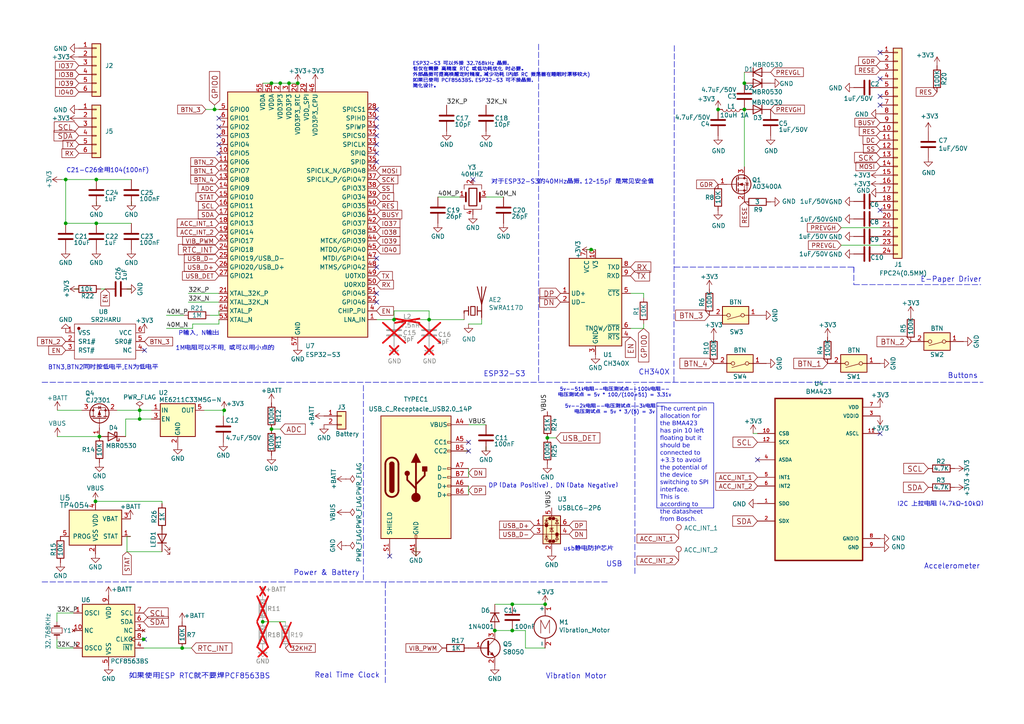
<source format=kicad_sch>
(kicad_sch (version 20231120) (generator "eeschema") (generator_version "8.0")
  (paper "A4")
  (title_block (title "Watchy-life") (date "2025-03-31") (rev "3.0"))
  (junction (at 27.686 145.415))
  (junction (at 19.05 64.77))
  (junction (at 208.28 31.75))
  (junction (at 171.45 72.39))
  (junction (at 27.94 64.77))
  (junction (at 52.832 187.96))
  (junction (at 114.3 92.71))
  (junction (at 28.829 126.619))
  (junction (at 124.46 92.71))
  (junction (at 215.9 31.75))
  (junction (at 158.75 127))
  (junction (at 27.94 52.07))
  (junction (at 40.513 118.999))
  (junction (at 19.05 52.07))
  (junction (at 86.36 24.13))
  (junction (at 40.513 121.539))
  (junction (at 81.28 24.13))
  (junction (at 41.656 185.42))
  (junction (at 83.82 24.13))
  (junction (at 78.74 124.46))
  (junction (at 62.23 31.75))
  (junction (at 65.024 118.999))
  (junction (at 148.59 182.88))
  (junction (at 148.59 175.26))
  (junction (at 76.2 180.34))
  (junction (at 78.74 24.13))
  (junction (at 215.9 24.13))
  (junction (at 158.115 175.26))
  (junction (at 143.51 182.88))
  (no_connect (at 41.91 185.42))
  (no_connect (at 109.22 87.63))
  (no_connect (at 255.27 125.73))
  (no_connect (at 109.22 31.75))
  (no_connect (at 255.27 27.94))
  (no_connect (at 109.22 44.45))
  (no_connect (at 255.27 60.96))
  (no_connect (at 255.27 15.24))
  (no_connect (at 109.22 85.09))
  (no_connect (at 109.22 36.83))
  (no_connect (at 63.5 44.45))
  (no_connect (at 113.03 161.29))
  (no_connect (at 219.71 133.35))
  (no_connect (at 109.22 74.93))
  (no_connect (at 109.22 46.99))
  (no_connect (at 109.22 41.91))
  (no_connect (at 137.16 52.07))
  (no_connect (at 63.5 39.37))
  (no_connect (at 109.22 77.47))
  (no_connect (at 63.5 34.29))
  (no_connect (at 63.5 41.91))
  (no_connect (at 135.89 130.81))
  (no_connect (at 63.5 36.83))
  (no_connect (at 135.89 128.27))
  (no_connect (at 255.27 22.86))
  (no_connect (at 255.27 30.48))
  (no_connect (at 109.22 39.37))
  (no_connect (at 41.91 101.6))
  (no_connect (at 109.22 34.29))
  (wire (pts (xy 143.51 175.26) (xy 148.59 175.26)))
  (wire (pts (xy 124.46 90.17) (xy 124.46 92.71)))
  (wire (pts (xy 171.45 72.39) (xy 172.72 72.39)))
  (wire (pts (xy 19.05 64.77) (xy 19.05 52.07)))
  (wire (pts (xy 81.28 124.46) (xy 78.74 124.46)))
  (wire (pts (xy 27.686 145.415) (xy 46.99 145.415)))
  (wire (pts (xy 46.99 153.67) (xy 46.99 152.4)))
  (wire (pts (xy 40.64 185.42) (xy 41.656 185.42)))
  (wire (pts (xy 64.77 119.38) (xy 65.024 119.38)))
  (wire (pts (xy 255.27 66.04) (xy 243.967 66.04)))
  (wire (pts (xy 21.59 83.82) (xy 22.86 83.82)))
  (wire (pts (xy 148.59 175.26) (xy 158.115 175.26)))
  (wire (pts (xy 27.94 64.77) (xy 38.1 64.77)))
  (wire (pts (xy 255.27 71.12) (xy 243.967 71.12)))
  (wire (pts (xy 33.909 118.999) (xy 40.513 118.999)))
  (wire (pts (xy 40.513 121.539) (xy 43.942 121.539)))
  (wire (pts (xy 17.78 52.07) (xy 19.05 52.07)))
  (wire (pts (xy 215.9 24.13) (xy 215.9 20.955)))
  (wire (pts (xy 30.48 83.82) (xy 29.21 83.82)))
  (wire (pts (xy 16.51 180.34) (xy 16.51 177.8)))
  (wire (pts (xy 135.89 143.51) (xy 135.89 140.97)))
  (wire (pts (xy 46.99 145.415) (xy 46.99 146.05)))
  (wire (pts (xy 62.23 30.48) (xy 62.23 31.75)))
  (wire (pts (xy 59.182 118.999) (xy 65.024 118.999)))
  (wire (pts (xy 48.26 91.44) (xy 53.34 91.44)))
  (wire (pts (xy 55.88 95.25) (xy 55.88 93.98)))
  (wire (pts (xy 120.65 158.75) (xy 120.65 161.29)))
  (wire (pts (xy 139.7 93.98) (xy 135.89 93.98)))
  (wire (pts (xy 54.61 87.63) (xy 63.5 87.63)))
  (wire (pts (xy 152.4 187.96) (xy 158.115 187.96)))
  (wire (pts (xy 40.513 118.999) (xy 43.942 118.999)))
  (wire (pts (xy 64.77 119.38) (xy 64.77 120.65)))
  (wire (pts (xy 41.656 187.96) (xy 52.832 187.96)))
  (wire (pts (xy 83.82 24.13) (xy 86.36 24.13)))
  (wire (pts (xy 124.46 92.71) (xy 121.92 92.71)))
  (wire (pts (xy 140.97 57.15) (xy 146.05 57.15)))
  (polyline (pts (xy 247.65 82.55) (xy 284.48 82.55)) (stroke (width 0) (type dash)))
  (wire (pts (xy 62.23 31.75) (xy 63.5 31.75)))
  (wire (pts (xy 114.3 90.17) (xy 124.46 90.17)))
  (wire (pts (xy 134.62 92.71) (xy 124.46 92.71)))
  (polyline (pts (xy 12.192 168.783) (xy 176.149 168.783)) (stroke (width 0) (type dash)))
  (wire (pts (xy 16.51 187.96) (xy 21.336 187.96)))
  (wire (pts (xy 16.637 118.999) (xy 23.749 118.999)))
  (polyline (pts (xy 195.4662 110.9064) (xy 195.58 12.7)) (stroke (width 0) (type dash)))
  (wire (pts (xy 114.3 90.17) (xy 114.3 92.71)))
  (wire (pts (xy 135.89 135.89) (xy 135.89 138.43)))
  (wire (pts (xy 78.74 24.13) (xy 81.28 24.13)))
  (wire (pts (xy 170.18 72.39) (xy 171.45 72.39)))
  (wire (pts (xy 76.2 24.13) (xy 78.74 24.13)))
  (polyline (pts (xy 247.65 77.47) (xy 247.65 82.55)) (stroke (width 0) (type dash)))
  (wire (pts (xy 63.5 91.44) (xy 63.5 90.17)))
  (wire (pts (xy 16.51 185.42) (xy 16.51 187.96)))
  (wire (pts (xy 139.7 92.71) (xy 139.7 93.98)))
  (wire (pts (xy 40.513 118.999) (xy 40.513 121.539)))
  (wire (pts (xy 186.69 95.25) (xy 182.88 95.25)))
  (wire (pts (xy 81.28 24.13) (xy 83.82 24.13)))
  (wire (pts (xy 27.94 52.07) (xy 38.1 52.07)))
  (polyline (pts (xy 184.15 166.37) (xy 184.15 111.379)) (stroke (width 0) (type dash)))
  (polyline (pts (xy 105.41 111.76) (xy 105.41 168.148)) (stroke (width 0) (type dash)))
  (polyline (pts (xy 156.21 110.49) (xy 156.21 12.7)) (stroke (width 0) (type dash)))
  (wire (pts (xy 65.024 119.38) (xy 65.024 118.999)))
  (wire (pts (xy 60.96 91.44) (xy 63.5 91.44)))
  (wire (pts (xy 161.29 127) (xy 158.75 127)))
  (wire (pts (xy 148.59 182.88) (xy 143.51 182.88)))
  (wire (pts (xy 152.4 182.88) (xy 152.4 187.96)))
  (wire (pts (xy 38.1 58.42) (xy 38.1 59.69)))
  (wire (pts (xy 16.51 177.8) (xy 21.336 177.8)))
  (wire (pts (xy 36.449 126.619) (xy 36.449 121.539)))
  (polyline (pts (xy 247.65 77.47) (xy 247.65 78.74)) (stroke (width 0) (type dash)))
  (wire (pts (xy 27.94 58.42) (xy 27.94 59.69)))
  (wire (pts (xy 48.26 95.25) (xy 55.88 95.25)))
  (wire (pts (xy 63.5 93.98) (xy 63.5 92.71)))
  (wire (pts (xy 114.3 92.71) (xy 109.22 92.71)))
  (wire (pts (xy 186.69 85.09) (xy 186.69 86.36)))
  (wire (pts (xy 140.97 123.19) (xy 135.89 123.19)))
  (wire (pts (xy 36.83 155.575) (xy 36.83 160.02)))
  (wire (pts (xy 140.97 129.54) (xy 140.97 130.81)))
  (wire (pts (xy 134.62 130.81) (xy 135.89 130.81)))
  (wire (pts (xy 55.88 93.98) (xy 63.5 93.98)))
  (wire (pts (xy 82.804 180.34) (xy 76.2 180.34)))
  (polyline (pts (xy 111.76 168.91) (xy 111.76 198.12)) (stroke (width 0) (type dash)))
  (polyline (pts (xy 195.58 77.47) (xy 247.65 77.47)) (stroke (width 0) (type dash)))
  (wire (pts (xy 19.05 64.77) (xy 27.94 64.77)))
  (wire (pts (xy 46.99 160.02) (xy 36.83 160.02)))
  (wire (pts (xy 54.61 85.09) (xy 63.5 85.09)))
  (wire (pts (xy 215.9 31.75) (xy 215.9 48.387)))
  (wire (pts (xy 41.656 185.42) (xy 41.91 185.42)))
  (wire (pts (xy 218.44 125.73) (xy 219.71 125.73)))
  (wire (pts (xy 36.83 155.575) (xy 37.846 155.575)))
  (wire (pts (xy 19.05 52.07) (xy 27.94 52.07)))
  (wire (pts (xy 127 57.15) (xy 133.35 57.15)))
  (wire (pts (xy 148.59 182.88) (xy 152.4 182.88)))
  (wire (pts (xy 36.83 83.82) (xy 38.1 83.82)))
  (polyline (pts (xy 12.192 110.871) (xy 285.115 110.871)) (stroke (width 0) (type dash)))
  (wire (pts (xy 59.69 31.75) (xy 62.23 31.75)))
  (wire (pts (xy 182.88 85.09) (xy 186.69 85.09)))
  (wire (pts (xy 28.829 126.619) (xy 16.637 126.619)))
  (wire (pts (xy 36.449 121.539) (xy 40.513 121.539)))
  (wire (pts (xy 52.832 187.96) (xy 55.499 187.96)))
  (wire (pts (xy 186.69 93.98) (xy 186.69 95.25)))
  (text_box "The current pin allocation for the BMA423 has pin 10 left floating but it should be connected to +3.3 to avoid the potential of the device switching to SPI interface.\nThis is according to the datasheet from Bosch." (at 190.5 116.84 0) (size 16.51 30.48) (effects (font (size 1.27 1.27)) (justify left top)))
  (text "Real Time Clock" (at 91.186 196.85 0) (effects (font (size 1.524 1.524)) (justify left bottom)))
  (text "ESP32-S3" (at 140.208 109.474 0) (effects (font (size 1.524 1.524)) (justify left bottom)))
  (text "Vibration Motor" (at 158.242 197.104 0) (effects (font (size 1.524 1.524)) (justify left bottom)))
  (text "1M电阻可以不用, 或可以用小点的" (at 65.278 101.092 0) (effects (font (size 1.27 1.27))))
  (text "如果使用ESP RTC就不要焊PCF8563BS" (at 37.338 197.104 0) (effects (font (size 1.524 1.524)) (justify left bottom)))
  (text "ESP32-S3 可以外接 32.768kHz 晶振，\n但仅在需要 高精度 RTC 或低功耗优化 时必要。\n外部晶振可提高唤醒定时精度，减少功耗（内部 RC 振荡器在睡眠时漂移较大)\n如果已使用 PCF8563BS，ESP32-S3 可不接晶振，\n简化设计。" (at 119.634 21.844 0) (effects (font (size 1.016 1.016)) (justify left)))
  (text "C21-C26全用104(100nF)\n" (at 31.242 49.53 0) (effects (font (size 1.27 1.27))))
  (text "DP（Data Positive）, DN（Data Negative）" (at 160.782 140.97 0) (effects (font (size 1.27 1.27))))
  (text "E-Paper Driver" (at 266.954 82.042 0) (effects (font (size 1.524 1.524)) (justify left bottom)))
  (text "P输入, N输出" (at 57.658 96.774 0) (effects (font (size 1.27 1.27))))
  (text "Power & Battery" (at 85.09 167.132 0) (effects (font (size 1.524 1.524)) (justify left bottom)))
  (text "USB" (at 175.768 164.592 0) (effects (font (size 1.524 1.524)) (justify left bottom)))
  (text "BTN3,BTN2同时按低电平,EN为低电平" (at 29.972 106.68 0) (effects (font (size 1.27 1.27))))
  (text "CH340X" (at 185.166 108.966 0) (effects (font (size 1.524 1.524)) (justify left bottom)))
  (text "usb静电防护芯片" (at 170.688 159.258 0) (effects (font (size 1.27 1.27))))
  (text "对于ESP32-S3的40MHz晶振，12~15pF 是常见安全值" (at 166.116 52.832 0) (effects (font (size 1.27 1.27))))
  (text "5v--51k电阻--电压测试点--100k电阻--\n电压测试点 = 5v * 100/(100+51) = 3.31v\n\n5v--2k电阻--电压测试点--3k电阻--\n电压测试点 = 5v * 3/(5) = 3v" (at 178.308 116.332 0) (effects (font (size 1.016 1.016))))
  (text "Buttons" (at 274.828 109.982 0) (effects (font (size 1.524 1.524)) (justify left bottom)))
  (text "Accelerometer" (at 267.97 165.227 0) (effects (font (size 1.524 1.524)) (justify left bottom)))
  (text "I2C 上拉电阻（4.7kΩ~10kΩ）" (at 273.05 146.304 0) (effects (font (size 1.27 1.27))))
  (label "VBUS" (at 160.02 147.32 90))
  (label "32K_N" (at 140.97 30.48 0))
  (label "VBUS" (at 158.75 119.38 90))
  (label "VBUS" (at 140.97 123.19 180))
  (label "32K_N" (at 54.61 87.63 0))
  (label "40M_N" (at 48.26 95.25 0))
  (label "32K_P" (at 16.51 177.8 0))
  (label "40M_P" (at 127 57.15 0))
  (label "40M_P" (at 48.26 91.44 0))
  (label "40M_N" (at 143.51 57.15 0))
  (label "32K_P" (at 54.61 85.09 0))
  (label "32K_P" (at 129.54 30.48 0))
  (label "32K_N" (at 16.51 187.96 0))
  (global_label "IO38" (shape input) (at 109.22 67.31 0) (property "Intersheetrefs" "${INTERSHEET_REFS}" (effects (hide yes))))
  (global_label "IO40" (shape input) (at 22.86 26.67 180) (property "Intersheetrefs" "${INTERSHEET_REFS}" (effects (hide yes))))
  (global_label "RESE" (shape input) (at 255.27 20.32 180) (property "Intersheetrefs" "${INTERSHEET_REFS}" (effects (hide yes))))
  (global_label "SCL" (shape input) (at 22.86 36.83 180) (effects (font (size 1.524 1.524))) (property "Intersheetrefs" "${INTERSHEET_REFS}" (effects (hide yes))))
  (global_label "RX" (shape input) (at 22.86 44.45 180) (property "Intersheetrefs" "${INTERSHEET_REFS}" (effects (hide yes))))
  (global_label "BTN_1" (shape input) (at 63.5 49.53 180) (property "Intersheetrefs" "${INTERSHEET_REFS}" (effects (hide yes))))
  (global_label "IO40" (shape input) (at 109.22 72.39 0) (property "Intersheetrefs" "${INTERSHEET_REFS}" (effects (hide yes))))
  (global_label "PREVGL" (shape input) (at 223.52 20.955 0) (property "Intersheetrefs" "${INTERSHEET_REFS}" (effects (hide yes))))
  (global_label "RES" (shape input) (at 271.78 26.67 180) (property "Intersheetrefs" "${INTERSHEET_REFS}" (effects (hide yes))))
  (global_label "MOSI" (shape input) (at 109.22 49.53 0) (property "Intersheetrefs" "${INTERSHEET_REFS}" (effects (hide yes))))
  (global_label "BTN_3" (shape input) (at 205.74 91.44 180) (effects (font (size 1.524 1.524))) (property "Intersheetrefs" "${INTERSHEET_REFS}" (effects (hide yes))))
  (global_label "IO39" (shape input) (at 22.86 24.13 180) (property "Intersheetrefs" "${INTERSHEET_REFS}" (effects (hide yes))))
  (global_label "RX" (shape input) (at 109.22 82.55 0) (property "Intersheetrefs" "${INTERSHEET_REFS}" (effects (hide yes))))
  (global_label "PREVGL" (shape input) (at 243.967 71.12 180) (property "Intersheetrefs" "${INTERSHEET_REFS}" (effects (hide yes))))
  (global_label "EN" (shape input) (at 19.05 101.6 180) (property "Intersheetrefs" "${INTERSHEET_REFS}" (effects (hide yes))))
  (global_label "EN" (shape input) (at 30.48 83.82 270) (property "Intersheetrefs" "${INTERSHEET_REFS}" (effects (hide yes))))
  (global_label "DC" (shape input) (at 255.27 40.64 180) (property "Intersheetrefs" "${INTERSHEET_REFS}" (effects (hide yes))))
  (global_label "IO37" (shape input) (at 109.22 64.77 0) (property "Intersheetrefs" "${INTERSHEET_REFS}" (effects (hide yes))))
  (global_label "GPIO0" (shape input) (at 62.23 30.48 90) (effects (font (size 1.524 1.524))) (property "Intersheetrefs" "${INTERSHEET_REFS}" (effects (hide yes))))
  (global_label "BTN_4" (shape input) (at 207.01 105.41 180) (effects (font (size 1.524 1.524))) (property "Intersheetrefs" "${INTERSHEET_REFS}" (effects (hide yes))))
  (global_label "ACC_INT_2" (shape input) (at 219.71 140.97 180) (property "Intersheetrefs" "${INTERSHEET_REFS}" (effects (hide yes))))
  (global_label "BUSY" (shape input) (at 255.27 35.56 180) (property "Intersheetrefs" "${INTERSHEET_REFS}" (effects (hide yes))))
  (global_label "BTN_2" (shape input) (at 264.16 99.06 180) (effects (font (size 1.524 1.524))) (property "Intersheetrefs" "${INTERSHEET_REFS}" (effects (hide yes))))
  (global_label "DN" (shape input) (at 135.89 137.16 0) (property "Intersheetrefs" "${INTERSHEET_REFS}" (effects (hide yes))))
  (global_label "VIB_PWM" (shape input) (at 63.5 69.85 180) (property "Intersheetrefs" "${INTERSHEET_REFS}" (effects (hide yes))))
  (global_label "TX" (shape input) (at 22.86 41.91 180) (property "Intersheetrefs" "${INTERSHEET_REFS}" (effects (hide yes))))
  (global_label "RTC_INT" (shape input) (at 55.499 187.96 0) (effects (font (size 1.524 1.524))) (property "Intersheetrefs" "${INTERSHEET_REFS}" (effects (hide yes))))
  (global_label "SCL" (shape input) (at 219.71 128.27 180) (effects (font (size 1.524 1.524))) (property "Intersheetrefs" "${INTERSHEET_REFS}" (effects (hide yes))))
  (global_label "DC" (shape input) (at 109.22 57.15 0) (property "Intersheetrefs" "${INTERSHEET_REFS}" (effects (hide yes))))
  (global_label "SS" (shape input) (at 109.22 54.61 0) (property "Intersheetrefs" "${INTERSHEET_REFS}" (effects (hide yes))))
  (global_label "ACC_INT_1" (shape input) (at 219.71 138.43 180) (property "Intersheetrefs" "${INTERSHEET_REFS}" (effects (hide yes))))
  (global_label "USB_DET" (shape input) (at 161.29 127 0) (effects (font (size 1.524 1.524))) (property "Intersheetrefs" "${INTERSHEET_REFS}" (effects (hide yes))))
  (global_label "ACC_INT_2" (shape input) (at 196.85 162.56 180) (property "Intersheetrefs" "${INTERSHEET_REFS}" (effects (hide yes))))
  (global_label "BTN_2" (shape input) (at 63.5 46.99 180) (property "Intersheetrefs" "${INTERSHEET_REFS}" (effects (hide yes))))
  (global_label "SDA" (shape input) (at 41.656 180.34 0) (effects (font (size 1.524 1.524))) (property "Intersheetrefs" "${INTERSHEET_REFS}" (effects (hide yes))))
  (global_label "VIB_PWM" (shape input) (at 128.27 187.96 180) (property "Intersheetrefs" "${INTERSHEET_REFS}" (effects (hide yes))))
  (global_label "RES" (shape input) (at 255.27 38.1 180) (property "Intersheetrefs" "${INTERSHEET_REFS}" (effects (hide yes))))
  (global_label "EN" (shape input) (at 182.88 97.79 270) (effects (font (size 1.524 1.524))) (property "Intersheetrefs" "${INTERSHEET_REFS}" (effects (hide yes))))
  (global_label "ACC_INT_2" (shape input) (at 63.5 67.31 180) (property "Intersheetrefs" "${INTERSHEET_REFS}" (effects (hide yes))))
  (global_label "IO37" (shape input) (at 22.86 19.05 180) (property "Intersheetrefs" "${INTERSHEET_REFS}" (effects (hide yes))))
  (global_label "BTN_1" (shape input) (at 240.03 105.41 180) (effects (font (size 1.524 1.524))) (property "Intersheetrefs" "${INTERSHEET_REFS}" (effects (hide yes))))
  (global_label "DP" (shape input) (at 165.1 152.4 0) (property "Intersheetrefs" "${INTERSHEET_REFS}" (effects (hide yes))))
  (global_label "SCK" (shape input) (at 255.27 45.72 180) (effects (font (size 1.524 1.524))) (property "Intersheetrefs" "${INTERSHEET_REFS}" (effects (hide yes))))
  (global_label "ACC_INT_1" (shape input) (at 196.85 156.21 180) (property "Intersheetrefs" "${INTERSHEET_REFS}" (effects (hide yes))))
  (global_label "DP" (shape input) (at 162.56 85.09 180) (effects (font (size 1.524 1.524))) (property "Intersheetrefs" "${INTERSHEET_REFS}" (effects (hide yes))))
  (global_label "SDA" (shape input) (at 63.5 62.23 180) (property "Intersheetrefs" "${INTERSHEET_REFS}" (effects (hide yes))))
  (global_label "TX" (shape input) (at 182.88 80.01 0) (effects (font (size 1.524 1.524))) (property "Intersheetrefs" "${INTERSHEET_REFS}" (effects (hide yes))))
  (global_label "USB_D+" (shape input) (at 154.94 152.4 180) (property "Intersheetrefs" "${INTERSHEET_REFS}" (effects (hide yes))))
  (global_label "USB_DET" (shape input) (at 63.5 80.01 180) (property "Intersheetrefs" "${INTERSHEET_REFS}" (effects (hide yes))))
  (global_label "SDA" (shape input) (at 22.86 39.37 180) (effects (font (size 1.524 1.524))) (property "Intersheetrefs" "${INTERSHEET_REFS}" (effects (hide yes))))
  (global_label "SCK" (shape input) (at 109.22 52.07 0) (property "Intersheetrefs" "${INTERSHEET_REFS}" (effects (hide yes))))
  (global_label "32KHZ" (shape input) (at 82.804 187.96 0) (property "Intersheetrefs" "${INTERSHEET_REFS}" (effects (hide yes))))
  (global_label "TX" (shape input) (at 109.22 80.01 0) (property "Intersheetrefs" "${INTERSHEET_REFS}" (effects (hide yes))))
  (global_label "BTN_3" (shape input) (at 41.91 99.06 0) (property "Intersheetrefs" "${INTERSHEET_REFS}" (effects (hide yes))))
  (global_label "IO38" (shape input) (at 22.86 21.59 180) (property "Intersheetrefs" "${INTERSHEET_REFS}" (effects (hide yes))))
  (global_label "SCL" (shape input) (at 63.5 59.69 180) (property "Intersheetrefs" "${INTERSHEET_REFS}" (effects (hide yes))))
  (global_label "PREVGH" (shape input) (at 243.967 66.04 180) (property "Intersheetrefs" "${INTERSHEET_REFS}" (effects (hide yes))))
  (global_label "SDA" (shape input) (at 219.71 151.13 180) (effects (font (size 1.524 1.524))) (property "Intersheetrefs" "${INTERSHEET_REFS}" (effects (hide yes))))
  (global_label "GDR" (shape input) (at 255.27 17.78 180) (property "Intersheetrefs" "${INTERSHEET_REFS}" (effects (hide yes))))
  (global_label "BTN_3" (shape input) (at 59.69 31.75 180) (property "Intersheetrefs" "${INTERSHEET_REFS}" (effects (hide yes))))
  (global_label "SDA" (shape input) (at 269.24 141.351 180) (effects (font (size 1.524 1.524))) (property "Intersheetrefs" "${INTERSHEET_REFS}" (effects (hide yes))))
  (global_label "SCL" (shape input) (at 269.24 135.89 180) (effects (font (size 1.524 1.524))) (property "Intersheetrefs" "${INTERSHEET_REFS}" (effects (hide yes))))
  (global_label "USB_D-" (shape input) (at 154.94 154.94 180) (property "Intersheetrefs" "${INTERSHEET_REFS}" (effects (hide yes))))
  (global_label "BUSY" (shape input) (at 109.22 62.23 0) (property "Intersheetrefs" "${INTERSHEET_REFS}" (effects (hide yes))))
  (global_label "USB_D+" (shape input) (at 63.5 77.47 180) (property "Intersheetrefs" "${INTERSHEET_REFS}" (effects (hide yes))))
  (global_label "USB_D-" (shape input) (at 63.5 74.93 180) (property "Intersheetrefs" "${INTERSHEET_REFS}" (effects (hide yes))))
  (global_label "BTN_2" (shape input) (at 19.05 99.06 180) (property "Intersheetrefs" "${INTERSHEET_REFS}" (effects (hide yes))))
  (global_label "GDR" (shape input) (at 208.28 53.467 180) (property "Intersheetrefs" "${INTERSHEET_REFS}" (effects (hide yes))))
  (global_label "BTN_4" (shape input) (at 63.5 52.07 180) (property "Intersheetrefs" "${INTERSHEET_REFS}" (effects (hide yes))))
  (global_label "ADC" (shape input) (at 63.5 54.61 180) (property "Intersheetrefs" "${INTERSHEET_REFS}" (effects (hide yes))))
  (global_label "MOSI" (shape input) (at 255.27 48.26 180) (property "Intersheetrefs" "${INTERSHEET_REFS}" (effects (hide yes))))
  (global_label "RES" (shape input) (at 109.22 59.69 0) (property "Intersheetrefs" "${INTERSHEET_REFS}" (effects (hide yes))))
  (global_label "GPIO0" (shape input) (at 186.69 95.25 270) (effects (font (size 1.524 1.524))) (property "Intersheetrefs" "${INTERSHEET_REFS}" (effects (hide yes))))
  (global_label "DN" (shape input) (at 165.1 154.94 0) (property "Intersheetrefs" "${INTERSHEET_REFS}" (effects (hide yes))))
  (global_label "EN" (shape input) (at 109.22 90.17 0) (property "Intersheetrefs" "${INTERSHEET_REFS}" (effects (hide yes))))
  (global_label "SCL" (shape input) (at 41.656 177.8 0) (effects (font (size 1.524 1.524))) (property "Intersheetrefs" "${INTERSHEET_REFS}" (effects (hide yes))))
  (global_label "ACC_INT_1" (shape input) (at 63.5 64.77 180) (property "Intersheetrefs" "${INTERSHEET_REFS}" (effects (hide yes))))
  (global_label "RESE" (shape input) (at 215.9 58.547 270) (property "Intersheetrefs" "${INTERSHEET_REFS}" (effects (hide yes))))
  (global_label "DP" (shape input) (at 135.89 142.24 0) (property "Intersheetrefs" "${INTERSHEET_REFS}" (effects (hide yes))))
  (global_label "DN" (shape input) (at 162.56 87.63 180) (effects (font (size 1.524 1.524))) (property "Intersheetrefs" "${INTERSHEET_REFS}" (effects (hide yes))))
  (global_label "PREVGH" (shape input) (at 223.52 31.75 0) (property "Intersheetrefs" "${INTERSHEET_REFS}" (effects (hide yes))))
  (global_label "STAT" (shape input) (at 63.5 57.15 180) (property "Intersheetrefs" "${INTERSHEET_REFS}" (effects (hide yes))))
  (global_label "ADC" (shape input) (at 81.28 124.46 0) (effects (font (size 1.524 1.524))) (property "Intersheetrefs" "${INTERSHEET_REFS}" (effects (hide yes))))
  (global_label "RTC_INT" (shape input) (at 63.5 72.39 180) (effects (font (size 1.524 1.524))) (property "Intersheetrefs" "${INTERSHEET_REFS}" (effects (hide yes))))
  (global_label "IO39" (shape input) (at 109.22 69.85 0) (property "Intersheetrefs" "${INTERSHEET_REFS}" (effects (hide yes))))
  (global_label "STAT" (shape input) (at 36.83 160.02 270) (property "Intersheetrefs" "${INTERSHEET_REFS}" (effects (hide yes))))
  (global_label "RX" (shape input) (at 182.88 77.47 0) (effects (font (size 1.524 1.524))) (property "Intersheetrefs" "${INTERSHEET_REFS}" (effects (hide yes))))
  (global_label "SS" (shape input) (at 255.27 43.18 180) (property "Intersheetrefs" "${INTERSHEET_REFS}" (effects (hide yes))))
  (symbol (lib_id "Device:R") (at 78.74 120.65 0) (unit 1)
    (property "Reference" "R12" (at 80.772 120.65 90))
    (property "Value" "100K" (at 78.74 120.65 90))
    (property "Footprint" "Watchy:R0402-Frame" (effects (hide yes)))
  )
  (symbol (lib_id "Device:R") (at 78.74 128.27 0) (unit 1)
    (property "Reference" "R13" (at 80.772 128.27 90))
    (property "Value" "100K" (at 78.74 128.27 90))
    (property "Footprint" "Watchy:R0402-Frame" (effects (hide yes)))
  )
  (symbol (lib_id "Watchy-rescue:GND-power") (at 78.74 132.08 0) (unit 1)
    (property "Reference" "#PWR046" (effects (hide yes)))
    (property "Value" "GND" (at 78.74 135.89 0))
  )
  (symbol (lib_id "Watchy-rescue:+BATT-power") (at 78.74 116.84 0) (unit 1)
    (property "Reference" "#PWR037" (effects (hide yes)))
    (property "Value" "+BATT" (at 78.74 113.284 0))
  )
  (symbol (lib_id "Regulator_Linear:TLV70033_SOT23-5") (at 51.562 121.539 0) (unit 1)
    (property "Reference" "U2" (at 47.371 113.919 0))
    (property "Value" "ME6211C33M5G-N" (at 46.101 115.951 0) (effects (justify left)))
    (property "Footprint" "Package_TO_SOT_SMD:SOT-23-5" (effects (hide yes)))
  )
  (symbol (lib_id "Watchy-rescue:+BATT-power") (at 16.637 118.999 0) (unit 1)
    (property "Reference" "#PWR038" (effects (hide yes)))
    (property "Value" "+BATT" (at 16.637 115.443 0))
  )
  (symbol (lib_id "Transistor_FET:BSS83P") (at 28.829 121.539 90) (unit 1)
    (property "Reference" "Q4" (at 27.432 114.046 90) (effects (justify left)))
    (property "Value" "CJ2301" (at 32.131 116.078 90) (effects (justify left)))
    (property "Footprint" "Package_TO_SOT_SMD:SOT-23" (effects (hide yes)))
  )
  (symbol (lib_id "Watchy-rescue:VBUS-power") (at 16.637 126.619 0) (unit 1)
    (property "Reference" "#PWR043" (effects (hide yes)))
    (property "Value" "VBUS" (at 16.637 122.809 0))
  )
  (symbol (lib_id "Device:R") (at 28.829 130.429 0) (unit 1)
    (property "Reference" "R14" (at 25.654 130.429 0))
    (property "Value" "10K" (at 28.829 130.429 90))
    (property "Footprint" "Watchy:R0402-Frame" (effects (hide yes)))
  )
  (symbol (lib_id "Watchy-rescue:GND-power") (at 28.829 134.239 0) (unit 1)
    (property "Reference" "#PWR048" (effects (hide yes)))
    (property "Value" "GND" (at 28.829 138.049 0))
  )
  (symbol (lib_id "Device:D_Schottky") (at 32.639 126.619 180) (unit 1)
    (property "Reference" "D4" (at 32.893 124.079 0))
    (property "Value" "MBR0530" (at 35.179 129.286 0))
    (property "Footprint" "Watchy:D_SOD-123F" (effects (hide yes)))
  )
  (symbol (lib_id "Device:C") (at 64.77 124.46 0) (unit 1)
    (property "Reference" "C12" (at 65.405 121.92 0) (effects (justify left)))
    (property "Value" "4.7uF/50V" (at 65.405 127 0) (effects (justify left)))
    (property "Footprint" "Watchy:C_0805_2012Metric" (effects (hide yes)))
  )
  (symbol (lib_id "Watchy-rescue:GND-power") (at 51.562 129.159 0) (unit 1)
    (property "Reference" "#PWR044" (effects (hide yes)))
    (property "Value" "GND" (at 51.562 132.969 0))
  )
  (symbol (lib_id "Watchy-rescue:+3V3-power") (at 65.024 118.999 0) (unit 1)
    (property "Reference" "#PWR039" (effects (hide yes)))
    (property "Value" "+3V3" (at 68.199 117.094 0))
  )
  (symbol (lib_id "Watchy-rescue:GND-power") (at 64.77 128.27 0) (unit 1)
    (property "Reference" "#PWR047" (effects (hide yes)))
    (property "Value" "GND" (at 64.77 132.08 0))
  )
  (symbol (lib_id "Watchy-rescue:MCP73831-2-OT-Battery_Management") (at 27.686 153.035 0) (unit 1)
    (property "Reference" "U5" (at 18.796 144.399 0) (effects (font (size 1.524 1.524))))
    (property "Value" "TP4054" (at 21.59 146.558 0) (effects (font (size 1.524 1.524))))
    (property "Footprint" "Package_TO_SOT_SMD:SOT-23-5" (effects (hide yes)))
  )
  (symbol (lib_id "Watchy-rescue:VBUS-power") (at 27.686 145.415 0) (unit 1)
    (property "Reference" "#PWR052" (effects (hide yes)))
    (property "Value" "VBUS" (at 27.686 141.605 0))
  )
  (symbol (lib_id "Watchy-rescue:GND-power") (at 27.686 160.655 0) (unit 1)
    (property "Reference" "#PWR057" (effects (hide yes)))
    (property "Value" "GND" (at 27.686 164.465 0))
  )
  (symbol (lib_id "Device:R") (at 17.526 159.385 180) (unit 1)
    (property "Reference" "R15" (at 15.494 159.385 90))
    (property "Value" "10K" (at 17.526 159.385 90))
    (property "Footprint" "Watchy:R0402-Frame" (effects (hide yes)))
  )
  (symbol (lib_id "Watchy-rescue:GND-power") (at 17.526 163.195 0) (unit 1)
    (property "Reference" "#PWR055" (effects (hide yes)))
    (property "Value" "GND" (at 17.526 167.005 0))
  )
  (symbol (lib_id "Watchy-rescue:+BATT-power") (at 37.846 150.495 0) (unit 1)
    (property "Reference" "#PWR053" (effects (hide yes)))
    (property "Value" "+BATT" (at 37.846 146.939 0))
  )
  (symbol (lib_id "Connector_Generic:Conn_01x02") (at 99.06 120.65 0) (unit 1)
    (property "Reference" "J3" (at 99.06 118.11 0))
    (property "Value" "Battery" (at 100.711 125.857 0))
    (property "Footprint" "Watchy:1.25T-2PWT (Molex 532610271)" (effects (hide yes)))
  )
  (symbol (lib_id "Watchy-rescue:+BATT-power") (at 93.98 120.65 90) (unit 1)
    (property "Reference" "#PWR054" (effects (hide yes)))
    (property "Value" "+BATT" (at 90.424 120.65 0))
  )
  (symbol (lib_id "Watchy-rescue:GND-power") (at 93.98 123.19 0) (unit 1)
    (property "Reference" "#PWR056" (effects (hide yes)))
    (property "Value" "GND" (at 93.98 127 0))
  )
  (symbol (lib_id "Watchy-rescue:GND-power") (at 31.496 193.04 0) (unit 1)
    (property "Reference" "#PWR064" (effects (hide yes)))
    (property "Value" "GND" (at 31.496 196.85 0))
  )
  (symbol (lib_id "Switch:SW_DIP_x01") (at 247.65 105.41 180) (unit 1)
    (property "Reference" "SW1" (at 247.65 109.22 0))
    (property "Value" "BTN" (at 247.65 101.6 0))
    (property "Footprint" "Watchy:K2-1114SA-A4SW-06" (effects (hide yes)))
  )
  (symbol (lib_id "Watchy-rescue:PWR_FLAG-power") (at 40.513 118.999 0) (unit 1)
    (property "Reference" "#FLG02" (effects (hide yes)))
    (property "Value" "PWR_FLAG" (at 40.513 115.189 0))
  )
  (symbol (lib_id "Watchy-rescue:+BATT-power") (at 31.496 172.72 0) (unit 1)
    (property "Reference" "#PWR061" (effects (hide yes)))
    (property "Value" "+BATT" (at 35.306 170.942 0))
  )
  (symbol (lib_id "Device:R") (at 240.03 101.6 0) (unit 1)
    (property "Reference" "R4" (at 237.871 102.997 90) (effects (justify left)))
    (property "Value" "100K" (at 240.03 103.505 90) (effects (justify left)))
    (property "Footprint" "Watchy:R0402-Frame" (effects (hide yes)))
  )
  (symbol (lib_id "Switch:SW_DIP_x01") (at 271.78 99.06 180) (unit 1)
    (property "Reference" "SW2" (at 271.78 102.87 0))
    (property "Value" "BTN" (at 271.78 95.25 0))
    (property "Footprint" "Watchy:K2-1114SA-A4SW-06" (effects (hide yes)))
  )
  (symbol (lib_id "Device:R") (at 264.16 95.25 0) (unit 1)
    (property "Reference" "R5" (at 262.001 96.647 90) (effects (justify left)))
    (property "Value" "100K" (at 264.16 97.155 90) (effects (justify left)))
    (property "Footprint" "Watchy:R0402-Frame" (effects (hide yes)))
  )
  (symbol (lib_id "Switch:SW_DIP_x01") (at 213.36 91.44 180) (unit 1)
    (property "Reference" "SW3" (at 213.614 96.266 0))
    (property "Value" "BTN" (at 213.36 87.63 0))
    (property "Footprint" "Watchy:K2-1114SA-A4SW-06" (effects (hide yes)))
  )
  (symbol (lib_id "Device:R") (at 205.74 87.63 0) (unit 1)
    (property "Reference" "R6" (at 203.581 89.027 90) (effects (justify left)))
    (property "Value" "100K" (at 205.74 89.535 90) (effects (justify left)))
    (property "Footprint" "Watchy:R0402-Frame" (effects (hide yes)))
  )
  (symbol (lib_id "Switch:SW_DIP_x01") (at 214.63 105.41 180) (unit 1)
    (property "Reference" "SW4" (at 214.63 109.22 0))
    (property "Value" "BTN" (at 214.63 101.6 0))
    (property "Footprint" "Watchy:K2-1114SA-A4SW-06" (effects (hide yes)))
  )
  (symbol (lib_id "Device:R") (at 207.01 101.6 0) (unit 1)
    (property "Reference" "R10" (at 204.851 102.997 90) (effects (justify left)))
    (property "Value" "100K" (at 207.01 103.505 90) (effects (justify left)))
    (property "Footprint" "Watchy:R0402-Frame" (effects (hide yes)))
  )
  (symbol (lib_id "Device:R") (at 273.05 135.89 270) (unit 1)
    (property "Reference" "R2" (at 271.526 133.858 90) (effects (justify left)))
    (property "Value" "4.7K" (at 270.764 135.89 90) (effects (justify left)))
    (property "Footprint" "Watchy:R0402-Frame" (effects (hide yes)))
  )
  (symbol (lib_id "Watchy-rescue:+3V3-power") (at 276.86 135.89 270) (unit 1)
    (property "Reference" "#PWR02" (effects (hide yes)))
    (property "Value" "+3V3" (at 280.416 135.89 0))
  )
  (symbol (lib_id "Device:R") (at 273.05 141.351 270) (unit 1)
    (property "Reference" "R3" (at 271.526 139.319 90) (effects (justify left)))
    (property "Value" "4.7K" (at 270.764 141.351 90) (effects (justify left)))
    (property "Footprint" "Watchy:R0402-Frame" (effects (hide yes)))
  )
  (symbol (lib_id "Watchy-rescue:+3V3-power") (at 276.86 141.351 270) (unit 1)
    (property "Reference" "#PWR03" (effects (hide yes)))
    (property "Value" "+3V3" (at 280.416 141.351 0))
  )
  (symbol (lib_id "Device:Q_NPN_BEC") (at 140.97 187.96 0) (unit 1)
    (property "Reference" "Q5" (at 145.8214 186.7916 0) (effects (justify left)))
    (property "Value" "S8050" (at 145.8214 189.103 0) (effects (justify left)))
    (property "Footprint" "Package_TO_SOT_SMD:SOT-23" (effects (hide yes)))
  )
  (symbol (lib_id "Device:R") (at 132.08 187.96 270) (unit 1)
    (property "Reference" "R17" (at 130.81 185.801 90) (effects (justify left)))
    (property "Value" "1K" (at 130.937 187.96 90) (effects (justify left)))
    (property "Footprint" "Watchy:R0402-Frame" (effects (hide yes)))
  )
  (symbol (lib_id "Watchy-rescue:GND-power") (at 143.51 193.04 0) (unit 1)
    (property "Reference" "#PWR063" (effects (hide yes)))
    (property "Value" "GND" (at 143.51 196.85 0))
  )
  (symbol (lib_id "Diode:1N4001") (at 143.51 179.07 270) (unit 1)
    (property "Reference" "D6" (at 139.446 177.038 90) (effects (justify left)))
    (property "Value" "1N4001" (at 135.763 181.737 90) (effects (justify left)))
    (property "Footprint" "Watchy:D_SOD-123F" (effects (hide yes)))
    (property "Datasheet" "http://www.vishay.com/docs/88503/1n4001.pdf" (effects (hide yes)))
  )
  (symbol (lib_id "Device:C") (at 148.59 179.07 0) (unit 1)
    (property "Reference" "C14" (at 146.05 177.038 0) (effects (justify left)))
    (property "Value" "100nF" (at 149.225 181.737 0) (effects (justify left)))
    (property "Footprint" "Watchy:C0402-Frame" (effects (hide yes)))
  )
  (symbol (lib_id "Motor:Motor_DC") (at 158.115 180.34 0) (unit 1)
    (property "Reference" "M1" (at 162.1282 180.4416 0) (effects (justify left)))
    (property "Value" "Vibration_Motor" (at 162.1282 182.753 0) (effects (justify left)))
    (property "Footprint" "Watchy:Motor_Header" (effects (hide yes)))
  )
  (symbol (lib_id "Watchy-rescue:+3V3-power") (at 158.115 175.26 0) (unit 1)
    (property "Reference" "#PWR062" (effects (hide yes)))
    (property "Value" "+3V3" (at 158.115 171.704 0))
  )
  (symbol (lib_id "Watchy-rescue:+3V3-power") (at 255.27 118.11 0) (unit 1)
    (property "Reference" "#PWR040" (effects (hide yes)))
    (property "Value" "+3V3" (at 255.27 114.554 0))
  )
  (symbol (lib_id "Watchy:BMA423") (at 237.49 138.43 0) (unit 1)
    (property "Reference" "U4" (at 237.49 111.252 0))
    (property "Value" "BMA423" (at 237.49 113.5634 0))
    (property "Footprint" "Package_LGA:LGA-12_2x2mm_P0.5mm" (effects (hide yes)))
    (property "Datasheet" "IC_BMA400" (effects (hide yes)))
    (property "Field4" "Bosch Sensortec" (effects (hide yes)))
  )
  (symbol (lib_id "Watchy-rescue:GND-power") (at 219.71 146.05 270) (unit 1)
    (property "Reference" "#PWR051" (effects (hide yes)))
    (property "Value" "GND" (at 216.4588 146.177 90) (effects (justify right)))
  )
  (symbol (lib_id "Watchy-rescue:+3V3-power") (at 255.27 120.65 180) (unit 1)
    (property "Reference" "#PWR041" (effects (hide yes)))
    (property "Value" "+3V3" (at 255.27 124.206 0))
  )
  (symbol (lib_id "Watchy-rescue:GND-power") (at 255.27 156.21 90) (unit 1)
    (property "Reference" "#PWR058" (effects (hide yes)))
    (property "Value" "GND" (at 258.5212 156.083 90) (effects (justify right)))
  )
  (symbol (lib_id "Watchy-rescue:GND-power") (at 255.27 158.75 90) (unit 1)
    (property "Reference" "#PWR059" (effects (hide yes)))
    (property "Value" "GND" (at 258.5212 158.623 90) (effects (justify right)))
  )
  (symbol (lib_id "Connector_Generic:Conn_01x24") (at 260.35 43.18 0) (unit 1)
    (property "Reference" "J1" (at 259.334 76.708 0) (effects (justify left)))
    (property "Value" "FPC24(0.5MM)" (at 255.016 79.248 0) (effects (justify left)))
    (property "Footprint" "Watchy:24_Pins_0.5mm_Pitch_ZIF_Connector_UP" (effects (hide yes)))
  )
  (symbol (lib_id "Device:C") (at 251.46 25.4 270) (unit 1)
    (property "Reference" "C2" (at 253.746 24.384 90))
    (property "Value" "1uF/50V" (at 248.92 28.575 90))
    (property "Footprint" "Watchy:C0603-Frame" (effects (hide yes)))
  )
  (symbol (lib_id "Watchy-rescue:GND-power") (at 247.65 25.4 270) (unit 1)
    (property "Reference" "#PWR012" (effects (hide yes)))
    (property "Value" "GND" (at 244.3988 25.527 90) (effects (justify right)))
  )
  (symbol (lib_id "Watchy-rescue:GND-power") (at 255.27 33.02 270) (unit 1)
    (property "Reference" "#PWR014" (effects (hide yes)))
    (property "Value" "GND" (at 252.0188 33.147 90) (effects (justify right)))
  )
  (symbol (lib_id "Watchy-rescue:+3.3V-power") (at 255.27 50.8 90) (unit 1)
    (property "Reference" "#PWR021" (effects (hide yes)))
    (property "Value" "+3V3" (at 252.603 50.8 90) (effects (justify left)))
  )
  (symbol (lib_id "Watchy-rescue:+3.3V-power") (at 255.27 53.34 90) (unit 1)
    (property "Reference" "#PWR023" (effects (hide yes)))
    (property "Value" "+3V3" (at 252.603 53.34 90) (effects (justify left)))
  )
  (symbol (lib_id "Watchy-rescue:GND-power") (at 255.27 55.88 270) (unit 1)
    (property "Reference" "#PWR025" (effects (hide yes)))
    (property "Value" "GND" (at 252.476 55.245 90) (effects (justify right)))
  )
  (symbol (lib_id "Device:C") (at 251.46 58.42 270) (unit 1)
    (property "Reference" "C6" (at 253.619 59.309 90))
    (property "Value" "1uF/50V" (at 236.22 58.42 90))
    (property "Footprint" "Watchy:C0603-Frame" (effects (hide yes)))
  )
  (symbol (lib_id "Device:C") (at 251.46 63.5 270) (unit 1)
    (property "Reference" "C8" (at 253.619 64.389 90))
    (property "Value" "1uF/50V" (at 236.22 63.627 90))
    (property "Footprint" "Watchy:C0603-Frame" (effects (hide yes)))
  )
  (symbol (lib_id "Device:C") (at 251.46 68.58 270) (unit 1)
    (property "Reference" "C9" (at 253.619 69.469 90))
    (property "Value" "1uF/50V" (at 235.839 68.58 90))
    (property "Footprint" "Watchy:C0603-Frame" (effects (hide yes)))
  )
  (symbol (lib_id "Device:C") (at 251.46 73.66 270) (unit 1)
    (property "Reference" "C10" (at 254.381 74.676 90))
    (property "Value" "1uF/50V" (at 235.966 73.66 90))
    (property "Footprint" "Watchy:C0603-Frame" (effects (hide yes)))
  )
  (symbol (lib_id "Watchy-rescue:GND-power") (at 247.65 58.42 270) (unit 1)
    (property "Reference" "#PWR026" (effects (hide yes)))
    (property "Value" "GND" (at 244.3988 58.547 90) (effects (justify right)))
  )
  (symbol (lib_id "Watchy-rescue:GND-power") (at 247.65 63.5 270) (unit 1)
    (property "Reference" "#PWR029" (effects (hide yes)))
    (property "Value" "GND" (at 244.3988 63.627 90) (effects (justify right)))
  )
  (symbol (lib_id "Watchy-rescue:GND-power") (at 247.65 68.58 270) (unit 1)
    (property "Reference" "#PWR032" (effects (hide yes)))
    (property "Value" "GND" (at 244.3988 68.707 90) (effects (justify right)))
  )
  (symbol (lib_id "Watchy-rescue:GND-power") (at 247.65 73.66 270) (unit 1)
    (property "Reference" "#PWR034" (effects (hide yes)))
    (property "Value" "GND" (at 244.3988 73.787 90) (effects (justify right)))
  )
  (symbol (lib_id "Watchy-rescue:+3.3V-power") (at 269.24 38.1 0) (unit 1)
    (property "Reference" "#PWR024" (effects (hide yes)))
    (property "Value" "+3V3" (at 269.621 33.7058 0))
  )
  (symbol (lib_id "Device:C") (at 269.24 41.91 0) (unit 1)
    (property "Reference" "C7" (at 272.161 40.7416 0) (effects (justify left)))
    (property "Value" "1uF/50V" (at 272.161 43.053 0) (effects (justify left)))
    (property "Footprint" "Watchy:C0603-Frame" (effects (hide yes)))
  )
  (symbol (lib_id "Watchy-rescue:GND-power") (at 269.24 45.72 0) (unit 1)
    (property "Reference" "#PWR028" (effects (hide yes)))
    (property "Value" "GND" (at 269.367 50.1142 0))
  )
  (symbol (lib_id "Watchy-rescue:+3.3V-power") (at 208.28 31.75 0) (unit 1)
    (property "Reference" "#PWR016" (effects (hide yes)))
    (property "Value" "+3V3" (at 204.851 28.702 0))
  )
  (symbol (lib_id "Device:C") (at 208.28 35.56 0) (unit 1)
    (property "Reference" "C4" (at 203.2 35.941 0) (effects (justify left)))
    (property "Value" "4.7uF/50V" (at 195.707 34.036 0) (effects (justify left)))
    (property "Footprint" "Watchy:C_0805_2012Metric" (effects (hide yes)))
  )
  (symbol (lib_id "Device:L") (at 212.09 31.75 270) (unit 1)
    (property "Reference" "L1" (at 212.09 30.861 90))
    (property "Value" "10uH 1A" (at 212.979 33.401 90))
    (property "Footprint" "Watchy:Inductors_Inductor_Taiyo-Yuden_NR-40xx" (effects (hide yes)))
  )
  (symbol (lib_id "Watchy-rescue:GND-power") (at 208.28 39.37 0) (unit 1)
    (property "Reference" "#PWR018" (effects (hide yes)))
    (property "Value" "GND" (at 208.407 43.7642 0))
  )
  (symbol (lib_id "Device:C") (at 215.9 27.94 0) (unit 1)
    (property "Reference" "C3" (at 210.947 27.94 0) (effects (justify left)))
    (property "Value" "4.7uF/50V" (at 203.327 26.035 0) (effects (justify left)))
    (property "Footprint" "Watchy:C_0805_2012Metric" (effects (hide yes)))
  )
  (symbol (lib_id "Device:D") (at 219.71 20.955 0) (unit 1)
    (property "Reference" "D1" (at 217.17 20.066 0))
    (property "Value" "MBR0530" (at 222.631 18.796 0))
    (property "Footprint" "Watchy:D_SOD-123F" (effects (hide yes)))
  )
  (symbol (lib_id "Device:D") (at 219.71 24.13 180) (unit 1)
    (property "Reference" "D2" (at 217.17 25.4 0))
    (property "Value" "MBR0530" (at 222.504 26.67 0))
    (property "Footprint" "Watchy:D_SOD-123F" (effects (hide yes)))
  )
  (symbol (lib_id "Watchy-rescue:GND-power") (at 223.52 24.13 90) (unit 1)
    (property "Reference" "#PWR013" (effects (hide yes)))
    (property "Value" "GND" (at 226.06 24.257 90) (effects (justify right)))
  )
  (symbol (lib_id "Device:D") (at 219.71 31.75 180) (unit 1)
    (property "Reference" "D3" (at 219.71 34.163 0))
    (property "Value" "MBR0530" (at 222.504 29.718 0))
    (property "Footprint" "Watchy:D_SOD-123F" (effects (hide yes)))
  )
  (symbol (lib_id "Device:C") (at 223.52 35.56 0) (unit 1)
    (property "Reference" "C5" (at 225.806 35.814 0) (effects (justify left)))
    (property "Value" "1uF/50V" (at 225.806 37.592 0) (effects (justify left)))
    (property "Footprint" "Watchy:C0603-Frame" (effects (hide yes)))
  )
  (symbol (lib_id "Watchy-rescue:GND-power") (at 223.52 39.37 0) (unit 1)
    (property "Reference" "#PWR019" (effects (hide yes)))
    (property "Value" "GND" (at 223.647 43.7642 0))
  )
  (symbol (lib_id "Transistor_FET:DMN3042L") (at 213.36 53.467 0) (unit 1)
    (property "Reference" "Q1" (at 218.059 52.197 0) (effects (justify left)))
    (property "Value" "AO3400A" (at 218.186 54.102 0) (effects (justify left)))
    (property "Footprint" "Package_TO_SOT_SMD:SOT-23" (effects (hide yes)))
    (property "Datasheet" "http://www.diodes.com/assets/Datasheets/DMN3042L.pdf" (effects (hide yes)))
  )
  (symbol (lib_id "Device:R") (at 208.28 57.277 0) (unit 1)
    (property "Reference" "R8" (at 204.47 57.277 0) (effects (justify left)))
    (property "Value" "10K" (at 208.28 59.182 90) (effects (justify left)))
    (property "Footprint" "Watchy:R0402-Frame" (effects (hide yes)))
  )
  (symbol (lib_id "Device:R") (at 219.71 58.547 270) (unit 1)
    (property "Reference" "R9" (at 218.567 60.833 90) (effects (justify left)))
    (property "Value" "3" (at 218.948 58.547 90) (effects (justify left)))
    (property "Footprint" "Watchy:R0402-Frame" (effects (hide yes)))
  )
  (symbol (lib_id "Watchy-rescue:GND-power") (at 208.28 61.087 0) (unit 1)
    (property "Reference" "#PWR031" (effects (hide yes)))
    (property "Value" "GND" (at 208.407 65.4812 0))
  )
  (symbol (lib_id "Watchy-rescue:GND-power") (at 223.52 58.547 90) (unit 1)
    (property "Reference" "#PWR030" (effects (hide yes)))
    (property "Value" "GND" (at 226.7712 58.42 90) (effects (justify right)))
  )
  (symbol (lib_id "Device:R") (at 52.832 184.15 0) (unit 1)
    (property "Reference" "R7" (at 54.102 184.15 0) (effects (justify left)))
    (property "Value" "10K" (at 52.832 186.055 90) (effects (justify left)))
    (property "Footprint" "Watchy:R0402-Frame" (effects (hide yes)))
  )
  (symbol (lib_id "Watchy-rescue:+BATT-power") (at 52.832 180.34 0) (unit 1)
    (property "Reference" "#PWR0102" (effects (hide yes)))
    (property "Value" "+BATT" (at 56.388 178.562 0))
  )
  (symbol (lib_id "Watchy-rescue:VBUS-power") (at 100.33 148.59 90) (unit 1)
    (property "Reference" "#PWR0103" (effects (hide yes)))
    (property "Value" "VBUS" (at 96.52 148.59 0))
  )
  (symbol (lib_id "Watchy-rescue:GND-power") (at 100.33 158.242 270) (unit 1)
    (property "Reference" "#PWR0104" (effects (hide yes)))
    (property "Value" "GND" (at 96.52 158.242 0))
  )
  (symbol (lib_id "Watchy-rescue:PWR_FLAG-power") (at 100.33 148.59 270) (unit 1)
    (property "Reference" "#FLG0101" (effects (hide yes)))
    (property "Value" "PWR_FLAG" (at 104.14 148.59 0))
  )
  (symbol (lib_id "Watchy-rescue:PWR_FLAG-power") (at 100.33 158.242 270) (unit 1)
    (property "Reference" "#FLG0102" (effects (hide yes)))
    (property "Value" "PWR_FLAG" (at 104.14 158.242 0))
  )
  (symbol (lib_id "Watchy-rescue:+BATT-power") (at 100.33 138.938 90) (unit 1)
    (property "Reference" "#PWR0105" (effects (hide yes)))
    (property "Value" "+BATT" (at 96.774 138.938 0))
  )
  (symbol (lib_id "Watchy-rescue:PWR_FLAG-power") (at 100.33 138.938 270) (unit 1)
    (property "Reference" "#FLG0103" (effects (hide yes)))
    (property "Value" "PWR_FLAG" (at 104.14 138.938 0))
  )
  (symbol (lib_id "Watchy:PCF8563BS") (at 31.496 182.88 0) (unit 1)
    (property "Reference" "U6" (at 24.892 173.99 0))
    (property "Value" "PCF8563BS" (at 37.592 191.77 0))
    (property "Footprint" "Package_DFN_QFN:DFN-10-1EP_3x3mm_P0.5mm_EP1.7x2.5mm" (effects (hide yes)))
  )
  (symbol (lib_id "Device:Crystal_Small") (at 16.51 182.88 270) (unit 1)
    (property "Reference" "Y1" (at 18.288 182.88 90) (effects (justify left)))
    (property "Value" "32.768KHz" (at 13.97 177.8 0) (effects (justify left)))
    (property "Footprint" "Crystal:Crystal_SMD_3215-2Pin_3.2x1.5mm" (effects (hide yes)))
  )
  (symbol (lib_id "Device:R") (at 76.2 176.53 0) (unit 1) (exclude_from_sim yes) (in_bom no) (on_board no) (dnp yes)
    (property "Reference" "R11" (at 77.47 176.53 0) (effects (justify left)))
    (property "Value" "680K" (at 76.2 179.07 90) (effects (justify left)))
    (property "Footprint" "Watchy:R0402-Frame" (effects (hide yes)))
  )
  (symbol (lib_id "Watchy-rescue:+BATT-power") (at 76.2 172.72 0) (unit 1) (exclude_from_sim yes) (in_bom no) (on_board no) (dnp yes)
    (property "Reference" "#PWR065" (effects (hide yes)))
    (property "Value" "+BATT" (at 80.01 170.942 0))
  )
  (symbol (lib_id "Device:R") (at 76.2 184.15 0) (unit 1) (exclude_from_sim yes) (in_bom no) (on_board no) (dnp yes)
    (property "Reference" "R18" (at 77.47 184.15 0) (effects (justify left)))
    (property "Value" "220K" (at 76.2 186.69 90) (effects (justify left)))
    (property "Footprint" "Watchy:R0402-Frame" (effects (hide yes)))
  )
  (symbol (lib_id "Watchy-rescue:GND-power") (at 76.2 187.96 0) (unit 1) (exclude_from_sim yes) (in_bom no) (on_board no) (dnp yes)
    (property "Reference" "#PWR066" (effects (hide yes)))
    (property "Value" "GND" (at 76.2 191.77 0))
  )
  (symbol (lib_id "Device:R") (at 82.804 184.15 0) (unit 1) (exclude_from_sim yes) (in_bom no) (on_board no) (dnp yes)
    (property "Reference" "R19" (at 84.074 184.15 0) (effects (justify left)))
    (property "Value" "100K" (at 82.804 186.69 90) (effects (justify left)))
    (property "Footprint" "Watchy:R0402-Frame" (effects (hide yes)))
  )
  (symbol (lib_id "Device:R") (at 271.78 22.86 0) (unit 1)
    (property "Reference" "R20" (at 273.812 22.86 90))
    (property "Value" "100K" (at 271.78 22.86 90))
    (property "Footprint" "Watchy:R0402-Frame" (effects (hide yes)))
  )
  (symbol (lib_id "Watchy-rescue:+3.3V-power") (at 271.78 19.05 0) (unit 1)
    (property "Reference" "#PWR0108" (effects (hide yes)))
    (property "Value" "+3V3" (at 268.351 16.002 0))
  )
  (symbol (lib_id "MCU_Espressif:ESP32-S3") (at 86.36 62.23 0) (unit 1)
    (property "Reference" "U7" (at 88.5541 100.33 0) (effects (justify left)))
    (property "Value" "ESP32-S3" (at 88.5541 102.87 0) (effects (justify left)))
    (property "Footprint" "Package_DFN_QFN:QFN-56-1EP_7x7mm_P0.4mm_EP4x4mm" (effects (hide yes)))
    (property "Datasheet" "https://www.espressif.com/sites/default/files/documentation/esp32-s3_datasheet_en.pdf" (effects (hide yes)))
    (property "Description" "Microcontroller, Wi-Fi 802.11b/g/n, Bluetooth, 32bit" (effects (hide yes)))
  )
  (symbol (lib_id "Watchy-rescue:GND-power") (at 220.98 91.44 90) (unit 1)
    (property "Reference" "#PWR027" (effects (hide yes)))
    (property "Value" "GND" (at 224.79 91.44 0))
  )
  (symbol (lib_id "Device:C") (at 114.3 96.52 0) (unit 1) (exclude_from_sim yes) (in_bom no) (on_board no) (dnp yes)
    (property "Reference" "C15" (at 116.84 96.52 0) (effects (justify left)))
    (property "Value" "3pF" (at 116.586 98.298 0) (effects (justify left)))
    (property "Footprint" "Capacitor_SMD:C_0603_1608Metric" (effects (hide yes)))
  )
  (symbol (lib_id "Watchy-rescue:+3V3-power") (at 22.86 83.82 90) (unit 1)
    (property "Reference" "#PWR085" (effects (hide yes)))
    (property "Value" "+3V3" (at 19.304 83.82 0))
  )
  (symbol (lib_id "Watchy-rescue:GND-power") (at 158.75 134.62 0) (unit 1)
    (property "Reference" "#PWR088" (effects (hide yes)))
    (property "Value" "GND" (at 158.75 138.43 0))
  )
  (symbol (lib_id "Watchy-rescue:+3V3-power") (at 218.44 125.73 0) (unit 1)
    (property "Reference" "#PWR01" (effects (hide yes)))
    (property "Value" "+3V3" (at 218.44 122.174 0))
  )
  (symbol (lib_id "Watchy-rescue:GND-power") (at 86.36 100.33 0) (unit 1)
    (property "Reference" "#PWR070" (effects (hide yes)))
    (property "Value" "GND" (at 86.36 104.14 0))
  )
  (symbol (lib_id "Watchy-rescue:+3V3-power") (at 240.03 97.79 0) (unit 1)
    (property "Reference" "#PWR09" (effects (hide yes)))
    (property "Value" "+3V3" (at 240.03 94.234 0))
  )
  (symbol (lib_id "Watchy:SR2HARU") (at 30.48 99.06 0) (unit 1)
    (property "Reference" "U8" (at 29.972 90.424 0))
    (property "Value" "SR2HARU" (at 30.734 92.71 0))
    (property "Footprint" "Watchy:UDFN-6_L1.6-W1.3-P0.40-TL" (effects (hide yes)))
    (property "SuppliersPartNumber" "C2066502" (effects (hide yes)))
    (property "uuid" "std:be426fe8c2b3495fbc428974b0f5df99" (effects (hide yes)))
  )
  (symbol (lib_id "Device:LED") (at 46.99 156.21 90) (unit 1)
    (property "Reference" "LED1" (at 44.45 156.464 0))
    (property "Value" "LED" (effects (hide yes)))
    (property "Footprint" "Watchy:LED_0402_1005Metric" (effects (hide yes)))
    (property "Description" "Light emitting diode" (effects (hide yes)))
  )
  (symbol (lib_id "Watchy-rescue:+3V3-power") (at 86.36 24.13 0) (unit 1)
    (property "Reference" "#PWR069" (effects (hide yes)))
    (property "Value" "+3V3" (at 86.36 20.574 0))
  )
  (symbol (lib_id "Device:C") (at 38.1 55.88 0) (unit 1)
    (property "Reference" "C25" (at 40.64 55.88 0) (effects (justify left)))
    (property "Value" "100nF" (at 40.386 57.658 0) (effects (justify left)))
    (property "Footprint" "Watchy:C0402-Frame" (effects (hide yes)))
  )
  (symbol (lib_id "Watchy-rescue:GND-power") (at 38.1 72.39 0) (unit 1)
    (property "Reference" "#PWR077" (effects (hide yes)))
    (property "Value" "GND" (at 38.1 76.2 0))
  )
  (symbol (lib_id "Connector_Generic:Conn_01x06") (at 27.94 19.05 0) (unit 1)
    (property "Reference" "J2" (at 30.48 19.0499 0) (effects (justify left)))
    (property "Value" "Conn_01x06" (effects (hide yes)))
    (property "Footprint" "Connector_PinHeader_1.27mm:PinHeader_1x06_P1.27mm_Vertical" (effects (hide yes)))
    (property "Description" "Generic connector, single row, 01x06, script generated (kicad-library-utils/schlib/autogen/connector/)" (effects (hide yes)))
  )
  (symbol (lib_id "Device:L") (at 118.11 92.71 270) (unit 1) (exclude_from_sim yes) (in_bom no) (on_board no) (dnp yes)
    (property "Reference" "L2" (at 118.11 91.821 90))
    (property "Value" "7.5nH" (at 118.999 94.361 90))
    (property "Footprint" "Watchy:Inductors_Inductor_Taiyo-Yuden_NR-40xx" (effects (hide yes)))
  )
  (symbol (lib_id "Watchy-rescue:+3V3-power") (at 22.86 34.29 90) (unit 1)
    (property "Reference" "#PWR011" (effects (hide yes)))
    (property "Value" "+3V3" (at 17.653 34.29 90))
  )
  (symbol (lib_id "Watchy-rescue:+3V3-power") (at 171.45 72.39 90) (unit 1)
    (property "Reference" "#PWR04" (effects (hide yes)))
    (property "Value" "+3V3" (at 167.64 72.39 0))
  )
  (symbol (lib_id "Watchy-rescue:GND-power") (at 36.83 83.82 90) (unit 1)
    (property "Reference" "#PWR084" (effects (hide yes)))
    (property "Value" "GND" (at 40.64 83.82 0))
  )
  (symbol (lib_id "Watchy-rescue:+3V3-power") (at 91.44 24.13 0) (unit 1)
    (property "Reference" "#PWR086" (effects (hide yes)))
    (property "Value" "+3V3" (at 91.44 20.574 0))
  )
  (symbol (lib_id "Device:R") (at 158.75 123.19 0) (unit 1)
    (property "Reference" "R24" (at 160.782 123.19 90))
    (property "Value" "51K" (at 158.75 123.19 90))
    (property "Footprint" "Watchy:R0402-Frame" (effects (hide yes)))
  )
  (symbol (lib_id "Watchy-rescue:GND-power") (at 140.97 129.54 0) (unit 1)
    (property "Reference" "#PWR042" (effects (hide yes)))
    (property "Value" "GND" (at 140.97 133.35 0))
  )
  (symbol (lib_id "Device:R") (at 46.99 149.86 0) (unit 1)
    (property "Reference" "R26" (at 44.704 149.86 90))
    (property "Value" "1K" (at 46.99 149.86 90))
    (property "Footprint" "Watchy:R0402-Frame" (effects (hide yes)))
  )
  (symbol (lib_id "Device:C") (at 140.97 127 0) (unit 1)
    (property "Reference" "C11" (at 143.51 127 0) (effects (justify left)))
    (property "Value" "100nF" (at 143.256 128.778 0) (effects (justify left)))
    (property "Footprint" "Watchy:C0402-Frame" (effects (hide yes)))
  )
  (symbol (lib_id "Watchy-rescue:+3V3-power") (at 22.86 16.51 90) (unit 1)
    (property "Reference" "#PWR07" (effects (hide yes)))
    (property "Value" "+3V3" (at 17.653 16.51 90))
  )
  (symbol (lib_id "Device:Antenna_Chip") (at 137.16 90.17 0) (unit 1)
    (property "Reference" "AE2" (at 141.732 86.9442 0) (effects (justify left)))
    (property "Value" "SWRA117D" (at 141.732 89.2556 0) (effects (justify left)))
    (property "Footprint" "Watchy:SWRA117D" (effects (hide yes)))
  )
  (symbol (lib_id "Watchy-rescue:GND-power") (at 124.46 100.33 0) (unit 1) (exclude_from_sim yes) (in_bom no) (on_board no) (dnp yes)
    (property "Reference" "#PWR067" (effects (hide yes)))
    (property "Value" "GND" (at 124.587 104.7242 0))
  )
  (symbol (lib_id "Watchy-rescue:GND-power") (at 114.3 100.33 0) (unit 1) (exclude_from_sim yes) (in_bom no) (on_board no) (dnp yes)
    (property "Reference" "#PWR050" (effects (hide yes)))
    (property "Value" "GND" (at 114.427 104.7242 0))
  )
  (symbol (lib_id "Watchy-rescue:GND-power") (at 129.54 38.1 0) (unit 1)
    (property "Reference" "#PWR071" (effects (hide yes)))
    (property "Value" "GND" (at 129.54 41.91 0))
  )
  (symbol (lib_id "Watchy-rescue:GND-power") (at 22.86 13.97 270) (unit 1)
    (property "Reference" "#PWR06" (effects (hide yes)))
    (property "Value" "GND" (at 19.6088 14.097 90) (effects (justify right)))
  )
  (symbol (lib_id "Watchy-rescue:GND-power") (at 255.27 105.41 90) (unit 1)
    (property "Reference" "#PWR010" (effects (hide yes)))
    (property "Value" "GND" (at 259.08 105.41 0))
  )
  (symbol (lib_id "Interface_USB:CH340X") (at 172.72 87.63 0) (unit 1)
    (property "Reference" "U1" (at 174.9141 102.87 0) (effects (justify left)))
    (property "Value" "CH340X" (at 174.9141 105.41 0) (effects (justify left)))
    (property "Footprint" "Package_SO:MSOP-10_3x3mm_P0.5mm" (effects (hide yes)))
    (property "Datasheet" "https://cdn.sparkfun.com/assets/5/0/a/8/5/CH340DS1.PDF" (effects (hide yes)))
    (property "Description" "USB serial converter, 5V-tolerant IO, UART, MSOP-10" (effects (hide yes)))
  )
  (symbol (lib_id "Watchy-rescue:GND-power") (at 172.72 102.87 0) (unit 1)
    (property "Reference" "#PWR05" (effects (hide yes)))
    (property "Value" "GND" (at 172.72 106.68 0))
  )
  (symbol (lib_id "Connector:TestPoint") (at 196.85 156.21 0) (unit 1)
    (property "Reference" "ACC_INT_1" (at 198.374 153.162 0) (effects (justify left)))
    (property "Value" "ACC_INT_1" (effects (hide yes)))
    (property "Footprint" "Watchy:TestPoint_Pad_D0.5mm" (effects (hide yes)))
  )
  (symbol (lib_id "Watchy-rescue:GND-power") (at 19.05 96.52 180) (unit 1)
    (property "Reference" "#PWR083" (effects (hide yes)))
    (property "Value" "GND" (at 19.05 92.71 0))
  )
  (symbol (lib_id "Device:R") (at 158.75 130.81 0) (unit 1)
    (property "Reference" "R25" (at 160.782 130.81 90))
    (property "Value" "100K" (at 158.75 130.81 90))
    (property "Footprint" "Watchy:R0402-Frame" (effects (hide yes)))
  )
  (symbol (lib_id "Watchy-rescue:GND-power") (at 127 64.77 0) (unit 1)
    (property "Reference" "#PWR074" (effects (hide yes)))
    (property "Value" "GND" (at 127 68.58 0))
  )
  (symbol (lib_id "Watchy-rescue:GND-power") (at 19.05 72.39 0) (unit 1)
    (property "Reference" "#PWR078" (effects (hide yes)))
    (property "Value" "GND" (at 19.05 76.2 0))
  )
  (symbol (lib_id "Watchy-rescue:GND-power") (at 160.02 160.02 0) (unit 1)
    (property "Reference" "#PWR060" (effects (hide yes)))
    (property "Value" "GND" (at 160.02 163.83 0))
  )
  (symbol (lib_id "Watchy-rescue:GND-power") (at 27.94 72.39 0) (unit 1)
    (property "Reference" "#PWR076" (effects (hide yes)))
    (property "Value" "GND" (at 27.94 76.2 0))
  )
  (symbol (lib_id "Device:C") (at 146.05 60.96 0) (unit 1)
    (property "Reference" "C20" (at 148.59 60.96 0) (effects (justify left)))
    (property "Value" "26pF" (at 148.336 62.738 0) (effects (justify left)))
    (property "Footprint" "Watchy:C0402-Frame" (effects (hide yes)))
  )
  (symbol (lib_id "Connector:USB_C_Receptacle_USB2.0_14P") (at 120.65 138.43 0) (unit 1)
    (property "Reference" "TYPEC1" (at 120.65 115.824 0))
    (property "Value" "USB_C_Receptacle_USB2.0_14P" (at 121.92 118.618 0))
    (property "Footprint" "Connector_USB:USB_C_Receptacle_HRO_TYPE-C-31-M-12" (effects (hide yes)))
    (property "Datasheet" "https://www.usb.org/sites/default/files/documents/usb_type-c.zip" (effects (hide yes)))
    (property "Description" "USB 2.0-only 14P Type-C Receptacle connector" (effects (hide yes)))
  )
  (symbol (lib_id "Watchy-rescue:GND-power") (at 279.4 99.06 90) (unit 1)
    (property "Reference" "#PWR022" (effects (hide yes)))
    (property "Value" "GND" (at 283.21 99.06 0))
  )
  (symbol (lib_id "Watchy-rescue:+3V3-power") (at 17.78 52.07 90) (unit 1)
    (property "Reference" "#PWR081" (effects (hide yes)))
    (property "Value" "+3V3" (at 14.224 52.07 0))
  )
  (symbol (lib_id "Device:C") (at 19.05 68.58 0) (unit 1)
    (property "Reference" "C21" (at 21.59 68.58 0) (effects (justify left)))
    (property "Value" "10uF" (at 21.336 70.358 0) (effects (justify left)))
    (property "Footprint" "Watchy:C0402-Frame" (effects (hide yes)))
  )
  (symbol (lib_id "Watchy-rescue:GND-power") (at 22.86 31.75 270) (unit 1)
    (property "Reference" "#PWR08" (effects (hide yes)))
    (property "Value" "GND" (at 19.6088 31.877 90) (effects (justify right)))
  )
  (symbol (lib_id "Device:C") (at 38.1 68.58 0) (unit 1)
    (property "Reference" "C23" (at 40.64 68.58 0) (effects (justify left)))
    (property "Value" "100nF" (at 40.386 70.358 0) (effects (justify left)))
    (property "Footprint" "Watchy:C0402-Frame" (effects (hide yes)))
  )
  (symbol (lib_id "Watchy-rescue:GND-power") (at 140.97 38.1 0) (unit 1)
    (property "Reference" "#PWR072" (effects (hide yes)))
    (property "Value" "GND" (at 140.97 41.91 0))
  )
  (symbol (lib_id "Connector:TestPoint") (at 196.85 162.56 0) (unit 1)
    (property "Reference" "ACC_INT_2" (at 198.374 159.512 0) (effects (justify left)))
    (property "Value" "ACC_INT_2" (effects (hide yes)))
    (property "Footprint" "Watchy:TestPoint_Pad_D0.5mm" (effects (hide yes)))
  )
  (symbol (lib_id "Watchy-rescue:+3V3-power") (at 41.91 96.52 0) (unit 1)
    (property "Reference" "#PWR082" (effects (hide yes)))
    (property "Value" "+3V3" (at 41.91 92.964 0))
  )
  (symbol (lib_id "Device:C") (at 129.54 34.29 0) (unit 1)
    (property "Reference" "C17" (at 132.08 34.29 0) (effects (justify left)))
    (property "Value" "10pF" (at 131.826 36.068 0) (effects (justify left)))
    (property "Footprint" "Watchy:C0402-Frame" (effects (hide yes)))
  )
  (symbol (lib_id "Device:R") (at 186.69 90.17 0) (unit 1)
    (property "Reference" "R1" (at 184.531 91.567 90) (effects (justify left)))
    (property "Value" "10K" (at 186.69 92.075 90) (effects (justify left)))
    (property "Footprint" "Watchy:R0402-Frame" (effects (hide yes)))
  )
  (symbol (lib_id "Watchy-rescue:GND-power") (at 38.1 58.42 0) (unit 1)
    (property "Reference" "#PWR080" (effects (hide yes)))
    (property "Value" "GND" (at 38.1 62.23 0))
  )
  (symbol (lib_id "Device:C") (at 127 60.96 0) (unit 1)
    (property "Reference" "C19" (at 129.54 60.96 0) (effects (justify left)))
    (property "Value" "26pF" (at 129.286 62.738 0) (effects (justify left)))
    (property "Footprint" "Watchy:C0402-Frame" (effects (hide yes)))
  )
  (symbol (lib_id "Watchy-rescue:GND-power") (at 146.05 64.77 0) (unit 1)
    (property "Reference" "#PWR075" (effects (hide yes)))
    (property "Value" "GND" (at 146.05 68.58 0))
  )
  (symbol (lib_id "Device:Crystal_GND24") (at 137.16 57.15 0) (unit 1)
    (property "Reference" "Y3" (at 136.906 48.5454 0))
    (property "Value" "40MHZ" (at 136.906 50.546 0))
    (property "Footprint" "Crystal:Crystal_SMD_2016-4Pin_2.0x1.6mm" (effects (hide yes)))
    (property "Description" "Four pin crystal, GND on pins 2 and 4" (effects (hide yes)))
  )
  (symbol (lib_id "Watchy-rescue:GND-power") (at 135.89 93.98 0) (unit 1)
    (property "Reference" "#PWR045" (effects (hide yes)))
    (property "Value" "GND" (at 136.017 98.3742 0))
  )
  (symbol (lib_id "Watchy-rescue:+3V3-power") (at 264.16 91.44 0) (unit 1)
    (property "Reference" "#PWR015" (effects (hide yes)))
    (property "Value" "+3V3" (at 264.16 87.884 0))
  )
  (symbol (lib_id "Watchy-rescue:GND-power") (at 222.25 105.41 90) (unit 1)
    (property "Reference" "#PWR035" (effects (hide yes)))
    (property "Value" "GND" (at 226.06 105.41 0))
  )
  (symbol (lib_id "Device:C") (at 27.94 55.88 0) (unit 1)
    (property "Reference" "C24" (at 30.48 55.88 0) (effects (justify left)))
    (property "Value" "1uF" (at 30.226 57.658 0) (effects (justify left)))
    (property "Footprint" "Watchy:C0402-Frame" (effects (hide yes)))
  )
  (symbol (lib_id "Connector_Generic:Conn_01x06") (at 27.94 36.83 0) (unit 1)
    (property "Reference" "J5" (at 30.48 38.0999 0) (effects (justify left)))
    (property "Value" "Conn_01x06" (effects (hide yes)))
    (property "Footprint" "Connector_PinHeader_1.27mm:PinHeader_1x06_P1.27mm_Vertical" (effects (hide yes)))
    (property "Description" "Generic connector, single row, 01x06, script generated (kicad-library-utils/schlib/autogen/connector/)" (effects (hide yes)))
  )
  (symbol (lib_id "Watchy-rescue:GND-power") (at 27.94 58.42 0) (unit 1)
    (property "Reference" "#PWR079" (effects (hide yes)))
    (property "Value" "GND" (at 27.94 62.23 0))
  )
  (symbol (lib_id "Watchy-rescue:+3V3-power") (at 207.01 97.79 0) (unit 1)
    (property "Reference" "#PWR033" (effects (hide yes)))
    (property "Value" "+3V3" (at 207.01 94.234 0))
  )
  (symbol (lib_id "Watchy-rescue:+3V3-power") (at 205.74 83.82 0) (unit 1)
    (property "Reference" "#PWR017" (effects (hide yes)))
    (property "Value" "+3V3" (at 205.74 80.264 0))
  )
  (symbol (lib_id "Power_Protection:USBLC6-2P6") (at 160.02 152.4 0) (unit 1)
    (property "Reference" "U3" (at 161.6711 144.78 0) (effects (justify left)))
    (property "Value" "USBLC6-2P6" (at 161.6711 147.32 0) (effects (justify left)))
    (property "Footprint" "Package_TO_SOT_SMD:SOT-666" (effects (hide yes)))
    (property "Datasheet" "https://www.st.com/resource/en/datasheet/usblc6-2.pdf" (effects (hide yes)))
    (property "Description" "Very low capacitance ESD protection diode, 2 data-line, SOT-666" (effects (hide yes)))
  )
  (symbol (lib_id "Device:C") (at 140.97 34.29 0) (unit 1)
    (property "Reference" "C18" (at 143.51 34.29 0) (effects (justify left)))
    (property "Value" "10pF" (at 143.256 36.068 0) (effects (justify left)))
    (property "Footprint" "Watchy:C0402-Frame" (effects (hide yes)))
  )
  (symbol (lib_id "Watchy-rescue:GND-power") (at 137.16 62.23 0) (unit 1)
    (property "Reference" "#PWR073" (effects (hide yes)))
    (property "Value" "GND" (at 137.16 66.04 0))
  )
  (symbol (lib_id "Device:R") (at 25.4 83.82 270) (unit 1)
    (property "Reference" "R22" (at 25.4 85.852 90))
    (property "Value" "10k" (at 25.146 83.82 90))
    (property "Footprint" "Watchy:R0402-Frame" (effects (hide yes)))
  )
  (symbol (lib_id "Device:C") (at 27.94 68.58 0) (unit 1)
    (property "Reference" "C22" (at 30.48 68.58 0) (effects (justify left)))
    (property "Value" "1uF" (at 30.226 70.358 0) (effects (justify left)))
    (property "Footprint" "Watchy:C0402-Frame" (effects (hide yes)))
  )
  (symbol (lib_id "Watchy-rescue:GND-power") (at 120.65 158.75 0) (unit 1)
    (property "Reference" "#PWR068" (effects (hide yes)))
    (property "Value" "GND" (at 120.65 162.56 0))
  )
  (symbol (lib_id "Device:R") (at 57.15 91.44 90) (unit 1)
    (property "Reference" "R21" (at 57.15 89.408 90))
    (property "Value" "1M" (at 57.15 91.44 90))
    (property "Footprint" "Watchy:R0402-Frame" (effects (hide yes)))
  )
  (symbol (lib_id "Device:C") (at 124.46 96.52 0) (unit 1) (exclude_from_sim yes) (in_bom no) (on_board no) (dnp yes)
    (property "Reference" "C16" (at 127 97.028 0) (effects (justify left)))
    (property "Value" "3pF" (at 126.746 99.06 0) (effects (justify left)))
    (property "Footprint" "Capacitor_SMD:C_0603_1608Metric" (effects (hide yes)))
  )
  (symbol (lib_id "Device:C") (at 34.29 83.82 90) (unit 1)
    (property "Reference" "C26" (at 34.29 81.28 0) (effects (justify left)))
    (property "Value" "1uF" (at 36.068 81.534 0) (effects (justify left)))
    (property "Footprint" "Watchy:C0402-Frame" (effects (hide yes)))
  )
)
</source>
